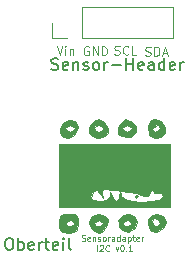
<source format=gbr>
G04 #@! TF.GenerationSoftware,KiCad,Pcbnew,(5.1.8)-1*
G04 #@! TF.CreationDate,2020-11-18T10:39:23+01:00*
G04 #@! TF.ProjectId,LORA_ATTINY84,4c4f5241-5f41-4545-9449-4e5938342e6b,rev?*
G04 #@! TF.SameCoordinates,Original*
G04 #@! TF.FileFunction,Legend,Top*
G04 #@! TF.FilePolarity,Positive*
%FSLAX46Y46*%
G04 Gerber Fmt 4.6, Leading zero omitted, Abs format (unit mm)*
G04 Created by KiCad (PCBNEW (5.1.8)-1) date 2020-11-18 10:39:23*
%MOMM*%
%LPD*%
G01*
G04 APERTURE LIST*
%ADD10C,0.100000*%
%ADD11C,0.125000*%
%ADD12C,0.150000*%
%ADD13C,0.010000*%
%ADD14C,0.120000*%
G04 APERTURE END LIST*
D10*
X72850885Y-71347371D02*
X72958028Y-71383085D01*
X73136600Y-71383085D01*
X73208028Y-71347371D01*
X73243742Y-71311657D01*
X73279457Y-71240228D01*
X73279457Y-71168800D01*
X73243742Y-71097371D01*
X73208028Y-71061657D01*
X73136600Y-71025942D01*
X72993742Y-70990228D01*
X72922314Y-70954514D01*
X72886600Y-70918800D01*
X72850885Y-70847371D01*
X72850885Y-70775942D01*
X72886600Y-70704514D01*
X72922314Y-70668800D01*
X72993742Y-70633085D01*
X73172314Y-70633085D01*
X73279457Y-70668800D01*
X73600885Y-71383085D02*
X73600885Y-70633085D01*
X73779457Y-70633085D01*
X73886600Y-70668800D01*
X73958028Y-70740228D01*
X73993742Y-70811657D01*
X74029457Y-70954514D01*
X74029457Y-71061657D01*
X73993742Y-71204514D01*
X73958028Y-71275942D01*
X73886600Y-71347371D01*
X73779457Y-71383085D01*
X73600885Y-71383085D01*
X74315171Y-71168800D02*
X74672314Y-71168800D01*
X74243742Y-71383085D02*
X74493742Y-70633085D01*
X74743742Y-71383085D01*
X70227142Y-71245771D02*
X70334285Y-71281485D01*
X70512857Y-71281485D01*
X70584285Y-71245771D01*
X70620000Y-71210057D01*
X70655714Y-71138628D01*
X70655714Y-71067200D01*
X70620000Y-70995771D01*
X70584285Y-70960057D01*
X70512857Y-70924342D01*
X70370000Y-70888628D01*
X70298571Y-70852914D01*
X70262857Y-70817200D01*
X70227142Y-70745771D01*
X70227142Y-70674342D01*
X70262857Y-70602914D01*
X70298571Y-70567200D01*
X70370000Y-70531485D01*
X70548571Y-70531485D01*
X70655714Y-70567200D01*
X71405714Y-71210057D02*
X71370000Y-71245771D01*
X71262857Y-71281485D01*
X71191428Y-71281485D01*
X71084285Y-71245771D01*
X71012857Y-71174342D01*
X70977142Y-71102914D01*
X70941428Y-70960057D01*
X70941428Y-70852914D01*
X70977142Y-70710057D01*
X71012857Y-70638628D01*
X71084285Y-70567200D01*
X71191428Y-70531485D01*
X71262857Y-70531485D01*
X71370000Y-70567200D01*
X71405714Y-70602914D01*
X72084285Y-71281485D02*
X71727142Y-71281485D01*
X71727142Y-70531485D01*
X68033971Y-70618000D02*
X67962542Y-70582285D01*
X67855400Y-70582285D01*
X67748257Y-70618000D01*
X67676828Y-70689428D01*
X67641114Y-70760857D01*
X67605400Y-70903714D01*
X67605400Y-71010857D01*
X67641114Y-71153714D01*
X67676828Y-71225142D01*
X67748257Y-71296571D01*
X67855400Y-71332285D01*
X67926828Y-71332285D01*
X68033971Y-71296571D01*
X68069685Y-71260857D01*
X68069685Y-71010857D01*
X67926828Y-71010857D01*
X68391114Y-71332285D02*
X68391114Y-70582285D01*
X68819685Y-71332285D01*
X68819685Y-70582285D01*
X69176828Y-71332285D02*
X69176828Y-70582285D01*
X69355400Y-70582285D01*
X69462542Y-70618000D01*
X69533971Y-70689428D01*
X69569685Y-70760857D01*
X69605400Y-70903714D01*
X69605400Y-71010857D01*
X69569685Y-71153714D01*
X69533971Y-71225142D01*
X69462542Y-71296571D01*
X69355400Y-71332285D01*
X69176828Y-71332285D01*
X65322942Y-70531485D02*
X65572942Y-71281485D01*
X65822942Y-70531485D01*
X66072942Y-71281485D02*
X66072942Y-70781485D01*
X66072942Y-70531485D02*
X66037228Y-70567200D01*
X66072942Y-70602914D01*
X66108657Y-70567200D01*
X66072942Y-70531485D01*
X66072942Y-70602914D01*
X66430085Y-70781485D02*
X66430085Y-71281485D01*
X66430085Y-70852914D02*
X66465800Y-70817200D01*
X66537228Y-70781485D01*
X66644371Y-70781485D01*
X66715800Y-70817200D01*
X66751514Y-70888628D01*
X66751514Y-71281485D01*
D11*
X67457190Y-87013880D02*
X67528619Y-87037690D01*
X67647666Y-87037690D01*
X67695285Y-87013880D01*
X67719095Y-86990071D01*
X67742904Y-86942452D01*
X67742904Y-86894833D01*
X67719095Y-86847214D01*
X67695285Y-86823404D01*
X67647666Y-86799595D01*
X67552428Y-86775785D01*
X67504809Y-86751976D01*
X67481000Y-86728166D01*
X67457190Y-86680547D01*
X67457190Y-86632928D01*
X67481000Y-86585309D01*
X67504809Y-86561500D01*
X67552428Y-86537690D01*
X67671476Y-86537690D01*
X67742904Y-86561500D01*
X68147666Y-87013880D02*
X68100047Y-87037690D01*
X68004809Y-87037690D01*
X67957190Y-87013880D01*
X67933380Y-86966261D01*
X67933380Y-86775785D01*
X67957190Y-86728166D01*
X68004809Y-86704357D01*
X68100047Y-86704357D01*
X68147666Y-86728166D01*
X68171476Y-86775785D01*
X68171476Y-86823404D01*
X67933380Y-86871023D01*
X68385761Y-86704357D02*
X68385761Y-87037690D01*
X68385761Y-86751976D02*
X68409571Y-86728166D01*
X68457190Y-86704357D01*
X68528619Y-86704357D01*
X68576238Y-86728166D01*
X68600047Y-86775785D01*
X68600047Y-87037690D01*
X68814333Y-87013880D02*
X68861952Y-87037690D01*
X68957190Y-87037690D01*
X69004809Y-87013880D01*
X69028619Y-86966261D01*
X69028619Y-86942452D01*
X69004809Y-86894833D01*
X68957190Y-86871023D01*
X68885761Y-86871023D01*
X68838142Y-86847214D01*
X68814333Y-86799595D01*
X68814333Y-86775785D01*
X68838142Y-86728166D01*
X68885761Y-86704357D01*
X68957190Y-86704357D01*
X69004809Y-86728166D01*
X69314333Y-87037690D02*
X69266714Y-87013880D01*
X69242904Y-86990071D01*
X69219095Y-86942452D01*
X69219095Y-86799595D01*
X69242904Y-86751976D01*
X69266714Y-86728166D01*
X69314333Y-86704357D01*
X69385761Y-86704357D01*
X69433380Y-86728166D01*
X69457190Y-86751976D01*
X69481000Y-86799595D01*
X69481000Y-86942452D01*
X69457190Y-86990071D01*
X69433380Y-87013880D01*
X69385761Y-87037690D01*
X69314333Y-87037690D01*
X69695285Y-87037690D02*
X69695285Y-86704357D01*
X69695285Y-86799595D02*
X69719095Y-86751976D01*
X69742904Y-86728166D01*
X69790523Y-86704357D01*
X69838142Y-86704357D01*
X70219095Y-87037690D02*
X70219095Y-86775785D01*
X70195285Y-86728166D01*
X70147666Y-86704357D01*
X70052428Y-86704357D01*
X70004809Y-86728166D01*
X70219095Y-87013880D02*
X70171476Y-87037690D01*
X70052428Y-87037690D01*
X70004809Y-87013880D01*
X69981000Y-86966261D01*
X69981000Y-86918642D01*
X70004809Y-86871023D01*
X70052428Y-86847214D01*
X70171476Y-86847214D01*
X70219095Y-86823404D01*
X70671476Y-87037690D02*
X70671476Y-86537690D01*
X70671476Y-87013880D02*
X70623857Y-87037690D01*
X70528619Y-87037690D01*
X70481000Y-87013880D01*
X70457190Y-86990071D01*
X70433380Y-86942452D01*
X70433380Y-86799595D01*
X70457190Y-86751976D01*
X70481000Y-86728166D01*
X70528619Y-86704357D01*
X70623857Y-86704357D01*
X70671476Y-86728166D01*
X71123857Y-87037690D02*
X71123857Y-86775785D01*
X71100047Y-86728166D01*
X71052428Y-86704357D01*
X70957190Y-86704357D01*
X70909571Y-86728166D01*
X71123857Y-87013880D02*
X71076238Y-87037690D01*
X70957190Y-87037690D01*
X70909571Y-87013880D01*
X70885761Y-86966261D01*
X70885761Y-86918642D01*
X70909571Y-86871023D01*
X70957190Y-86847214D01*
X71076238Y-86847214D01*
X71123857Y-86823404D01*
X71361952Y-86704357D02*
X71361952Y-87204357D01*
X71361952Y-86728166D02*
X71409571Y-86704357D01*
X71504809Y-86704357D01*
X71552428Y-86728166D01*
X71576238Y-86751976D01*
X71600047Y-86799595D01*
X71600047Y-86942452D01*
X71576238Y-86990071D01*
X71552428Y-87013880D01*
X71504809Y-87037690D01*
X71409571Y-87037690D01*
X71361952Y-87013880D01*
X71742904Y-86704357D02*
X71933380Y-86704357D01*
X71814333Y-86537690D02*
X71814333Y-86966261D01*
X71838142Y-87013880D01*
X71885761Y-87037690D01*
X71933380Y-87037690D01*
X72290523Y-87013880D02*
X72242904Y-87037690D01*
X72147666Y-87037690D01*
X72100047Y-87013880D01*
X72076238Y-86966261D01*
X72076238Y-86775785D01*
X72100047Y-86728166D01*
X72147666Y-86704357D01*
X72242904Y-86704357D01*
X72290523Y-86728166D01*
X72314333Y-86775785D01*
X72314333Y-86823404D01*
X72076238Y-86871023D01*
X72528619Y-87037690D02*
X72528619Y-86704357D01*
X72528619Y-86799595D02*
X72552428Y-86751976D01*
X72576238Y-86728166D01*
X72623857Y-86704357D01*
X72671476Y-86704357D01*
X68766714Y-87912690D02*
X68766714Y-87412690D01*
X68981000Y-87460309D02*
X69004809Y-87436500D01*
X69052428Y-87412690D01*
X69171476Y-87412690D01*
X69219095Y-87436500D01*
X69242904Y-87460309D01*
X69266714Y-87507928D01*
X69266714Y-87555547D01*
X69242904Y-87626976D01*
X68957190Y-87912690D01*
X69266714Y-87912690D01*
X69766714Y-87865071D02*
X69742904Y-87888880D01*
X69671476Y-87912690D01*
X69623857Y-87912690D01*
X69552428Y-87888880D01*
X69504809Y-87841261D01*
X69481000Y-87793642D01*
X69457190Y-87698404D01*
X69457190Y-87626976D01*
X69481000Y-87531738D01*
X69504809Y-87484119D01*
X69552428Y-87436500D01*
X69623857Y-87412690D01*
X69671476Y-87412690D01*
X69742904Y-87436500D01*
X69766714Y-87460309D01*
X70314333Y-87579357D02*
X70433380Y-87912690D01*
X70552428Y-87579357D01*
X70838142Y-87412690D02*
X70885761Y-87412690D01*
X70933380Y-87436500D01*
X70957190Y-87460309D01*
X70981000Y-87507928D01*
X71004809Y-87603166D01*
X71004809Y-87722214D01*
X70981000Y-87817452D01*
X70957190Y-87865071D01*
X70933380Y-87888880D01*
X70885761Y-87912690D01*
X70838142Y-87912690D01*
X70790523Y-87888880D01*
X70766714Y-87865071D01*
X70742904Y-87817452D01*
X70719095Y-87722214D01*
X70719095Y-87603166D01*
X70742904Y-87507928D01*
X70766714Y-87460309D01*
X70790523Y-87436500D01*
X70838142Y-87412690D01*
X71219095Y-87865071D02*
X71242904Y-87888880D01*
X71219095Y-87912690D01*
X71195285Y-87888880D01*
X71219095Y-87865071D01*
X71219095Y-87912690D01*
X71719095Y-87912690D02*
X71433380Y-87912690D01*
X71576238Y-87912690D02*
X71576238Y-87412690D01*
X71528619Y-87484119D01*
X71481000Y-87531738D01*
X71433380Y-87555547D01*
D12*
X61228600Y-86802980D02*
X61419076Y-86802980D01*
X61514314Y-86850600D01*
X61609552Y-86945838D01*
X61657171Y-87136314D01*
X61657171Y-87469647D01*
X61609552Y-87660123D01*
X61514314Y-87755361D01*
X61419076Y-87802980D01*
X61228600Y-87802980D01*
X61133361Y-87755361D01*
X61038123Y-87660123D01*
X60990504Y-87469647D01*
X60990504Y-87136314D01*
X61038123Y-86945838D01*
X61133361Y-86850600D01*
X61228600Y-86802980D01*
X62085742Y-87802980D02*
X62085742Y-86802980D01*
X62085742Y-87183933D02*
X62180980Y-87136314D01*
X62371457Y-87136314D01*
X62466695Y-87183933D01*
X62514314Y-87231552D01*
X62561933Y-87326790D01*
X62561933Y-87612504D01*
X62514314Y-87707742D01*
X62466695Y-87755361D01*
X62371457Y-87802980D01*
X62180980Y-87802980D01*
X62085742Y-87755361D01*
X63371457Y-87755361D02*
X63276219Y-87802980D01*
X63085742Y-87802980D01*
X62990504Y-87755361D01*
X62942885Y-87660123D01*
X62942885Y-87279171D01*
X62990504Y-87183933D01*
X63085742Y-87136314D01*
X63276219Y-87136314D01*
X63371457Y-87183933D01*
X63419076Y-87279171D01*
X63419076Y-87374409D01*
X62942885Y-87469647D01*
X63847647Y-87802980D02*
X63847647Y-87136314D01*
X63847647Y-87326790D02*
X63895266Y-87231552D01*
X63942885Y-87183933D01*
X64038123Y-87136314D01*
X64133361Y-87136314D01*
X64323838Y-87136314D02*
X64704790Y-87136314D01*
X64466695Y-86802980D02*
X64466695Y-87660123D01*
X64514314Y-87755361D01*
X64609552Y-87802980D01*
X64704790Y-87802980D01*
X65419076Y-87755361D02*
X65323838Y-87802980D01*
X65133361Y-87802980D01*
X65038123Y-87755361D01*
X64990504Y-87660123D01*
X64990504Y-87279171D01*
X65038123Y-87183933D01*
X65133361Y-87136314D01*
X65323838Y-87136314D01*
X65419076Y-87183933D01*
X65466695Y-87279171D01*
X65466695Y-87374409D01*
X64990504Y-87469647D01*
X65895266Y-87802980D02*
X65895266Y-87136314D01*
X65895266Y-86802980D02*
X65847647Y-86850600D01*
X65895266Y-86898219D01*
X65942885Y-86850600D01*
X65895266Y-86802980D01*
X65895266Y-86898219D01*
X66514314Y-87802980D02*
X66419076Y-87755361D01*
X66371457Y-87660123D01*
X66371457Y-86802980D01*
D13*
G36*
X66903572Y-84808671D02*
G01*
X67112974Y-85121178D01*
X67137547Y-85544526D01*
X67071296Y-86112657D01*
X66758789Y-86322059D01*
X66335442Y-86346632D01*
X65767311Y-86280381D01*
X65557909Y-85967874D01*
X65533336Y-85544526D01*
X65535674Y-85524474D01*
X66119319Y-85524474D01*
X66248383Y-85768271D01*
X66469126Y-85811895D01*
X66801885Y-85676232D01*
X66818933Y-85524474D01*
X66542907Y-85248239D01*
X66469126Y-85237053D01*
X66155627Y-85445204D01*
X66119319Y-85524474D01*
X65535674Y-85524474D01*
X65599587Y-84976395D01*
X65912094Y-84766994D01*
X66335442Y-84742421D01*
X66903572Y-84808671D01*
G37*
X66903572Y-84808671D02*
X67112974Y-85121178D01*
X67137547Y-85544526D01*
X67071296Y-86112657D01*
X66758789Y-86322059D01*
X66335442Y-86346632D01*
X65767311Y-86280381D01*
X65557909Y-85967874D01*
X65533336Y-85544526D01*
X65535674Y-85524474D01*
X66119319Y-85524474D01*
X66248383Y-85768271D01*
X66469126Y-85811895D01*
X66801885Y-85676232D01*
X66818933Y-85524474D01*
X66542907Y-85248239D01*
X66469126Y-85237053D01*
X66155627Y-85445204D01*
X66119319Y-85524474D01*
X65535674Y-85524474D01*
X65599587Y-84976395D01*
X65912094Y-84766994D01*
X66335442Y-84742421D01*
X66903572Y-84808671D01*
G36*
X69423882Y-84911959D02*
G01*
X69653554Y-85177362D01*
X69633264Y-85740313D01*
X69276302Y-86207505D01*
X68875442Y-86346632D01*
X68428355Y-86159796D01*
X68235145Y-85979467D01*
X68078777Y-85524474D01*
X68525635Y-85524474D01*
X68654699Y-85768271D01*
X68875442Y-85811895D01*
X69208201Y-85676232D01*
X69225249Y-85524474D01*
X68949222Y-85248239D01*
X68875442Y-85237053D01*
X68561943Y-85445204D01*
X68525635Y-85524474D01*
X68078777Y-85524474D01*
X68046713Y-85431179D01*
X68282745Y-84956080D01*
X68845588Y-84742837D01*
X68875442Y-84742421D01*
X69423882Y-84911959D01*
G37*
X69423882Y-84911959D02*
X69653554Y-85177362D01*
X69633264Y-85740313D01*
X69276302Y-86207505D01*
X68875442Y-86346632D01*
X68428355Y-86159796D01*
X68235145Y-85979467D01*
X68078777Y-85524474D01*
X68525635Y-85524474D01*
X68654699Y-85768271D01*
X68875442Y-85811895D01*
X69208201Y-85676232D01*
X69225249Y-85524474D01*
X68949222Y-85248239D01*
X68875442Y-85237053D01*
X68561943Y-85445204D01*
X68525635Y-85524474D01*
X68078777Y-85524474D01*
X68046713Y-85431179D01*
X68282745Y-84956080D01*
X68845588Y-84742837D01*
X68875442Y-84742421D01*
X69423882Y-84911959D01*
G36*
X71909089Y-84954844D02*
G01*
X72101685Y-85440185D01*
X71929349Y-85970547D01*
X71922054Y-85979467D01*
X71387209Y-86322602D01*
X70867963Y-86157462D01*
X70635257Y-85852854D01*
X70591081Y-85524474D01*
X70931950Y-85524474D01*
X71061014Y-85768271D01*
X71281757Y-85811895D01*
X71614516Y-85676232D01*
X71631564Y-85524474D01*
X71355538Y-85248239D01*
X71281757Y-85237053D01*
X70968259Y-85445204D01*
X70931950Y-85524474D01*
X70591081Y-85524474D01*
X70557601Y-85275610D01*
X70913394Y-84862056D01*
X71440310Y-84742421D01*
X71909089Y-84954844D01*
G37*
X71909089Y-84954844D02*
X72101685Y-85440185D01*
X71929349Y-85970547D01*
X71922054Y-85979467D01*
X71387209Y-86322602D01*
X70867963Y-86157462D01*
X70635257Y-85852854D01*
X70591081Y-85524474D01*
X70931950Y-85524474D01*
X71061014Y-85768271D01*
X71281757Y-85811895D01*
X71614516Y-85676232D01*
X71631564Y-85524474D01*
X71355538Y-85248239D01*
X71281757Y-85237053D01*
X70968259Y-85445204D01*
X70931950Y-85524474D01*
X70591081Y-85524474D01*
X70557601Y-85275610D01*
X70913394Y-84862056D01*
X71440310Y-84742421D01*
X71909089Y-84954844D01*
G36*
X74367704Y-84942880D02*
G01*
X74564454Y-85417973D01*
X74353668Y-85948984D01*
X73838898Y-86304967D01*
X73350611Y-86246338D01*
X73116340Y-85945579D01*
X73084555Y-85457658D01*
X73400353Y-85457658D01*
X73614329Y-85748069D01*
X73837537Y-85811895D01*
X74084298Y-85632505D01*
X74089126Y-85589088D01*
X73914712Y-85201614D01*
X73552660Y-85147807D01*
X73512735Y-85169217D01*
X73400353Y-85457658D01*
X73084555Y-85457658D01*
X73073731Y-85291507D01*
X73419392Y-84843889D01*
X73821757Y-84742421D01*
X74367704Y-84942880D01*
G37*
X74367704Y-84942880D02*
X74564454Y-85417973D01*
X74353668Y-85948984D01*
X73838898Y-86304967D01*
X73350611Y-86246338D01*
X73116340Y-85945579D01*
X73084555Y-85457658D01*
X73400353Y-85457658D01*
X73614329Y-85748069D01*
X73837537Y-85811895D01*
X74084298Y-85632505D01*
X74089126Y-85589088D01*
X73914712Y-85201614D01*
X73552660Y-85147807D01*
X73512735Y-85169217D01*
X73400353Y-85457658D01*
X73084555Y-85457658D01*
X73073731Y-85291507D01*
X73419392Y-84843889D01*
X73821757Y-84742421D01*
X74367704Y-84942880D01*
G36*
X74891231Y-84207684D02*
G01*
X65533336Y-84207684D01*
X65533336Y-83390710D01*
X68233460Y-83390710D01*
X68437623Y-83620836D01*
X69009126Y-83672947D01*
X69629407Y-83566284D01*
X69841686Y-83212869D01*
X69842246Y-83205053D01*
X69879592Y-82875536D01*
X69958514Y-83065401D01*
X69995535Y-83205053D01*
X70215774Y-83601551D01*
X70365572Y-83672947D01*
X70590831Y-83450940D01*
X70644351Y-83205053D01*
X70681697Y-82875536D01*
X70760619Y-83065401D01*
X70797640Y-83205053D01*
X71102483Y-83476669D01*
X71740229Y-83649200D01*
X72547028Y-83720887D01*
X73359031Y-83689969D01*
X74012385Y-83554685D01*
X74343241Y-83313275D01*
X74356494Y-83243289D01*
X74192099Y-82939706D01*
X73955442Y-82967530D01*
X73611545Y-82965665D01*
X73554389Y-82846671D01*
X73389510Y-82696077D01*
X73282659Y-82739853D01*
X73119008Y-83045510D01*
X73150249Y-83133214D01*
X73061908Y-83279726D01*
X72820399Y-83268880D01*
X72423573Y-83167411D01*
X72351231Y-83124545D01*
X72096538Y-83026766D01*
X71377522Y-82887099D01*
X70261784Y-82718476D01*
X70142966Y-82702150D01*
X69440464Y-82629906D01*
X69143791Y-82698674D01*
X69133382Y-82949944D01*
X69160522Y-83043049D01*
X69256783Y-83385758D01*
X69151673Y-83276986D01*
X68998076Y-83039290D01*
X68712713Y-82714679D01*
X68483453Y-82851081D01*
X68447246Y-82905606D01*
X68233460Y-83390710D01*
X65533336Y-83390710D01*
X65533336Y-78860316D01*
X74891231Y-78860316D01*
X74891231Y-84207684D01*
G37*
X74891231Y-84207684D02*
X65533336Y-84207684D01*
X65533336Y-83390710D01*
X68233460Y-83390710D01*
X68437623Y-83620836D01*
X69009126Y-83672947D01*
X69629407Y-83566284D01*
X69841686Y-83212869D01*
X69842246Y-83205053D01*
X69879592Y-82875536D01*
X69958514Y-83065401D01*
X69995535Y-83205053D01*
X70215774Y-83601551D01*
X70365572Y-83672947D01*
X70590831Y-83450940D01*
X70644351Y-83205053D01*
X70681697Y-82875536D01*
X70760619Y-83065401D01*
X70797640Y-83205053D01*
X71102483Y-83476669D01*
X71740229Y-83649200D01*
X72547028Y-83720887D01*
X73359031Y-83689969D01*
X74012385Y-83554685D01*
X74343241Y-83313275D01*
X74356494Y-83243289D01*
X74192099Y-82939706D01*
X73955442Y-82967530D01*
X73611545Y-82965665D01*
X73554389Y-82846671D01*
X73389510Y-82696077D01*
X73282659Y-82739853D01*
X73119008Y-83045510D01*
X73150249Y-83133214D01*
X73061908Y-83279726D01*
X72820399Y-83268880D01*
X72423573Y-83167411D01*
X72351231Y-83124545D01*
X72096538Y-83026766D01*
X71377522Y-82887099D01*
X70261784Y-82718476D01*
X70142966Y-82702150D01*
X69440464Y-82629906D01*
X69143791Y-82698674D01*
X69133382Y-82949944D01*
X69160522Y-83043049D01*
X69256783Y-83385758D01*
X69151673Y-83276986D01*
X68998076Y-83039290D01*
X68712713Y-82714679D01*
X68483453Y-82851081D01*
X68447246Y-82905606D01*
X68233460Y-83390710D01*
X65533336Y-83390710D01*
X65533336Y-78860316D01*
X74891231Y-78860316D01*
X74891231Y-84207684D01*
G36*
X66881629Y-76917077D02*
G01*
X67098674Y-77393605D01*
X67089457Y-77589120D01*
X66826311Y-78071592D01*
X66347334Y-78294802D01*
X65864323Y-78210385D01*
X65629264Y-77922546D01*
X65655418Y-77523474D01*
X66068073Y-77523474D01*
X66284630Y-77760677D01*
X66469126Y-77790842D01*
X66824931Y-77646471D01*
X66870178Y-77523474D01*
X66653621Y-77286270D01*
X66469126Y-77256105D01*
X66113320Y-77400476D01*
X66068073Y-77523474D01*
X65655418Y-77523474D01*
X65664035Y-77391998D01*
X65877096Y-77065128D01*
X66415936Y-76782300D01*
X66881629Y-76917077D01*
G37*
X66881629Y-76917077D02*
X67098674Y-77393605D01*
X67089457Y-77589120D01*
X66826311Y-78071592D01*
X66347334Y-78294802D01*
X65864323Y-78210385D01*
X65629264Y-77922546D01*
X65655418Y-77523474D01*
X66068073Y-77523474D01*
X66284630Y-77760677D01*
X66469126Y-77790842D01*
X66824931Y-77646471D01*
X66870178Y-77523474D01*
X66653621Y-77286270D01*
X66469126Y-77256105D01*
X66113320Y-77400476D01*
X66068073Y-77523474D01*
X65655418Y-77523474D01*
X65664035Y-77391998D01*
X65877096Y-77065128D01*
X66415936Y-76782300D01*
X66881629Y-76917077D01*
G36*
X69379663Y-76946601D02*
G01*
X69673718Y-77457693D01*
X69653554Y-77890638D01*
X69282736Y-78238017D01*
X68720108Y-78303198D01*
X68228073Y-78086180D01*
X68097329Y-77890638D01*
X68110562Y-77523474D01*
X68474389Y-77523474D01*
X68690946Y-77760677D01*
X68875442Y-77790842D01*
X69231247Y-77646471D01*
X69276494Y-77523474D01*
X69059937Y-77286270D01*
X68875442Y-77256105D01*
X68519636Y-77400476D01*
X68474389Y-77523474D01*
X68110562Y-77523474D01*
X68117619Y-77327687D01*
X68474581Y-76860495D01*
X68875442Y-76721368D01*
X69379663Y-76946601D01*
G37*
X69379663Y-76946601D02*
X69673718Y-77457693D01*
X69653554Y-77890638D01*
X69282736Y-78238017D01*
X68720108Y-78303198D01*
X68228073Y-78086180D01*
X68097329Y-77890638D01*
X68110562Y-77523474D01*
X68474389Y-77523474D01*
X68690946Y-77760677D01*
X68875442Y-77790842D01*
X69231247Y-77646471D01*
X69276494Y-77523474D01*
X69059937Y-77286270D01*
X68875442Y-77256105D01*
X68519636Y-77400476D01*
X68474389Y-77523474D01*
X68110562Y-77523474D01*
X68117619Y-77327687D01*
X68474581Y-76860495D01*
X68875442Y-76721368D01*
X69379663Y-76946601D01*
G36*
X71575815Y-76869379D02*
G01*
X71600308Y-76884192D01*
X72036671Y-77360279D01*
X72039982Y-77861285D01*
X71637373Y-78213991D01*
X71382755Y-78273200D01*
X70766550Y-78199554D01*
X70532172Y-77964978D01*
X70555376Y-77523474D01*
X70880705Y-77523474D01*
X71097262Y-77760677D01*
X71281757Y-77790842D01*
X71637563Y-77646471D01*
X71682810Y-77523474D01*
X71466253Y-77286270D01*
X71281757Y-77256105D01*
X70925952Y-77400476D01*
X70880705Y-77523474D01*
X70555376Y-77523474D01*
X70558769Y-77458917D01*
X70749725Y-77081567D01*
X71132007Y-76748962D01*
X71575815Y-76869379D01*
G37*
X71575815Y-76869379D02*
X71600308Y-76884192D01*
X72036671Y-77360279D01*
X72039982Y-77861285D01*
X71637373Y-78213991D01*
X71382755Y-78273200D01*
X70766550Y-78199554D01*
X70532172Y-77964978D01*
X70555376Y-77523474D01*
X70880705Y-77523474D01*
X71097262Y-77760677D01*
X71281757Y-77790842D01*
X71637563Y-77646471D01*
X71682810Y-77523474D01*
X71466253Y-77286270D01*
X71281757Y-77256105D01*
X70925952Y-77400476D01*
X70880705Y-77523474D01*
X70555376Y-77523474D01*
X70558769Y-77458917D01*
X70749725Y-77081567D01*
X71132007Y-76748962D01*
X71575815Y-76869379D01*
G36*
X74168416Y-76938021D02*
G01*
X74513335Y-77431200D01*
X74528482Y-77921121D01*
X74166767Y-78253100D01*
X73628860Y-78296596D01*
X73187636Y-78050950D01*
X73116340Y-77924526D01*
X73083979Y-77523474D01*
X73420705Y-77523474D01*
X73481317Y-77752368D01*
X73672294Y-77790842D01*
X74038111Y-77651249D01*
X74089126Y-77523474D01*
X73897228Y-77263758D01*
X73837537Y-77256105D01*
X73475430Y-77450455D01*
X73420705Y-77523474D01*
X73083979Y-77523474D01*
X73067438Y-77318483D01*
X73319500Y-76850745D01*
X73646944Y-76721368D01*
X74168416Y-76938021D01*
G37*
X74168416Y-76938021D02*
X74513335Y-77431200D01*
X74528482Y-77921121D01*
X74166767Y-78253100D01*
X73628860Y-78296596D01*
X73187636Y-78050950D01*
X73116340Y-77924526D01*
X73083979Y-77523474D01*
X73420705Y-77523474D01*
X73481317Y-77752368D01*
X73672294Y-77790842D01*
X74038111Y-77651249D01*
X74089126Y-77523474D01*
X73897228Y-77263758D01*
X73837537Y-77256105D01*
X73475430Y-77450455D01*
X73420705Y-77523474D01*
X73083979Y-77523474D01*
X73067438Y-77318483D01*
X73319500Y-76850745D01*
X73646944Y-76721368D01*
X74168416Y-76938021D01*
G36*
X72217547Y-83271895D02*
G01*
X72083863Y-83405579D01*
X71950178Y-83271895D01*
X72083863Y-83138210D01*
X72217547Y-83271895D01*
G37*
X72217547Y-83271895D02*
X72083863Y-83405579D01*
X71950178Y-83271895D01*
X72083863Y-83138210D01*
X72217547Y-83271895D01*
D14*
X75193200Y-69910000D02*
X75193200Y-67250000D01*
X67513200Y-69910000D02*
X75193200Y-69910000D01*
X67513200Y-67250000D02*
X75193200Y-67250000D01*
X67513200Y-69910000D02*
X67513200Y-67250000D01*
X66243200Y-69910000D02*
X64913200Y-69910000D01*
X64913200Y-69910000D02*
X64913200Y-68580000D01*
D12*
X64886580Y-72515361D02*
X65029438Y-72562980D01*
X65267533Y-72562980D01*
X65362771Y-72515361D01*
X65410390Y-72467742D01*
X65458009Y-72372504D01*
X65458009Y-72277266D01*
X65410390Y-72182028D01*
X65362771Y-72134409D01*
X65267533Y-72086790D01*
X65077057Y-72039171D01*
X64981819Y-71991552D01*
X64934200Y-71943933D01*
X64886580Y-71848695D01*
X64886580Y-71753457D01*
X64934200Y-71658219D01*
X64981819Y-71610600D01*
X65077057Y-71562980D01*
X65315152Y-71562980D01*
X65458009Y-71610600D01*
X66267533Y-72515361D02*
X66172295Y-72562980D01*
X65981819Y-72562980D01*
X65886580Y-72515361D01*
X65838961Y-72420123D01*
X65838961Y-72039171D01*
X65886580Y-71943933D01*
X65981819Y-71896314D01*
X66172295Y-71896314D01*
X66267533Y-71943933D01*
X66315152Y-72039171D01*
X66315152Y-72134409D01*
X65838961Y-72229647D01*
X66743723Y-71896314D02*
X66743723Y-72562980D01*
X66743723Y-71991552D02*
X66791342Y-71943933D01*
X66886580Y-71896314D01*
X67029438Y-71896314D01*
X67124676Y-71943933D01*
X67172295Y-72039171D01*
X67172295Y-72562980D01*
X67600866Y-72515361D02*
X67696104Y-72562980D01*
X67886580Y-72562980D01*
X67981819Y-72515361D01*
X68029438Y-72420123D01*
X68029438Y-72372504D01*
X67981819Y-72277266D01*
X67886580Y-72229647D01*
X67743723Y-72229647D01*
X67648485Y-72182028D01*
X67600866Y-72086790D01*
X67600866Y-72039171D01*
X67648485Y-71943933D01*
X67743723Y-71896314D01*
X67886580Y-71896314D01*
X67981819Y-71943933D01*
X68600866Y-72562980D02*
X68505628Y-72515361D01*
X68458009Y-72467742D01*
X68410390Y-72372504D01*
X68410390Y-72086790D01*
X68458009Y-71991552D01*
X68505628Y-71943933D01*
X68600866Y-71896314D01*
X68743723Y-71896314D01*
X68838961Y-71943933D01*
X68886580Y-71991552D01*
X68934200Y-72086790D01*
X68934200Y-72372504D01*
X68886580Y-72467742D01*
X68838961Y-72515361D01*
X68743723Y-72562980D01*
X68600866Y-72562980D01*
X69362771Y-72562980D02*
X69362771Y-71896314D01*
X69362771Y-72086790D02*
X69410390Y-71991552D01*
X69458009Y-71943933D01*
X69553247Y-71896314D01*
X69648485Y-71896314D01*
X69981819Y-72182028D02*
X70743723Y-72182028D01*
X71219914Y-72562980D02*
X71219914Y-71562980D01*
X71219914Y-72039171D02*
X71791342Y-72039171D01*
X71791342Y-72562980D02*
X71791342Y-71562980D01*
X72648485Y-72515361D02*
X72553247Y-72562980D01*
X72362771Y-72562980D01*
X72267533Y-72515361D01*
X72219914Y-72420123D01*
X72219914Y-72039171D01*
X72267533Y-71943933D01*
X72362771Y-71896314D01*
X72553247Y-71896314D01*
X72648485Y-71943933D01*
X72696104Y-72039171D01*
X72696104Y-72134409D01*
X72219914Y-72229647D01*
X73553247Y-72562980D02*
X73553247Y-72039171D01*
X73505628Y-71943933D01*
X73410390Y-71896314D01*
X73219914Y-71896314D01*
X73124676Y-71943933D01*
X73553247Y-72515361D02*
X73458009Y-72562980D01*
X73219914Y-72562980D01*
X73124676Y-72515361D01*
X73077057Y-72420123D01*
X73077057Y-72324885D01*
X73124676Y-72229647D01*
X73219914Y-72182028D01*
X73458009Y-72182028D01*
X73553247Y-72134409D01*
X74458009Y-72562980D02*
X74458009Y-71562980D01*
X74458009Y-72515361D02*
X74362771Y-72562980D01*
X74172295Y-72562980D01*
X74077057Y-72515361D01*
X74029438Y-72467742D01*
X73981819Y-72372504D01*
X73981819Y-72086790D01*
X74029438Y-71991552D01*
X74077057Y-71943933D01*
X74172295Y-71896314D01*
X74362771Y-71896314D01*
X74458009Y-71943933D01*
X75315152Y-72515361D02*
X75219914Y-72562980D01*
X75029438Y-72562980D01*
X74934200Y-72515361D01*
X74886580Y-72420123D01*
X74886580Y-72039171D01*
X74934200Y-71943933D01*
X75029438Y-71896314D01*
X75219914Y-71896314D01*
X75315152Y-71943933D01*
X75362771Y-72039171D01*
X75362771Y-72134409D01*
X74886580Y-72229647D01*
X75791342Y-72562980D02*
X75791342Y-71896314D01*
X75791342Y-72086790D02*
X75838961Y-71991552D01*
X75886580Y-71943933D01*
X75981819Y-71896314D01*
X76077057Y-71896314D01*
M02*

</source>
